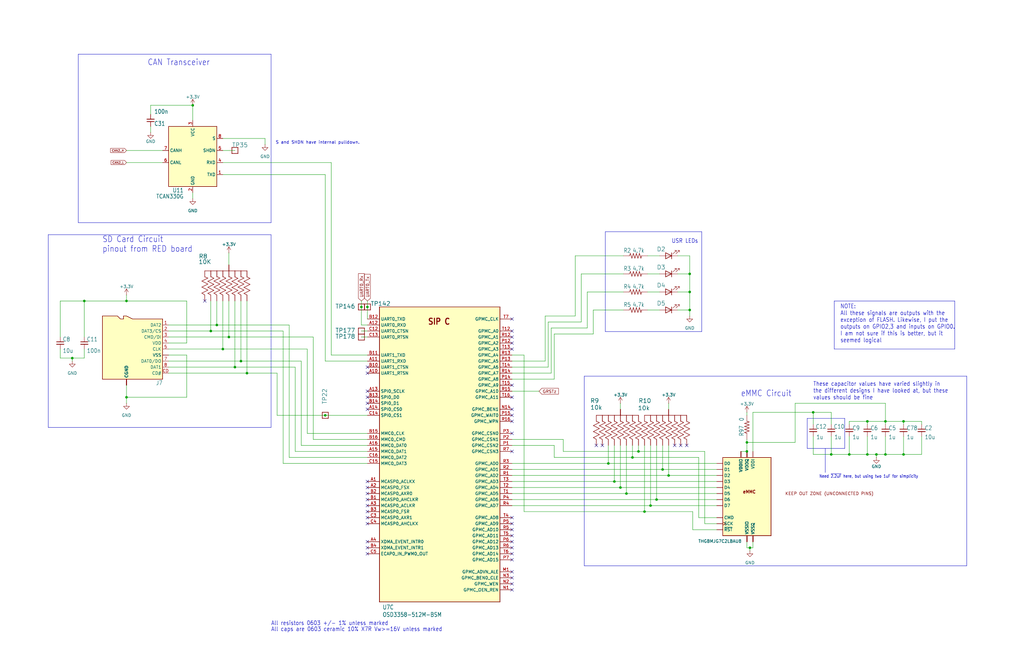
<source format=kicad_sch>
(kicad_sch (version 20250114) (generator "eeschema") (generator_version "9.0")
  (paper "B")
  (title_block (title "Oresat Live Card") (date "2025-09-15") (rev "2.1"))
  (text "CAN Transceiver" (at 62.23 27.94 0) (effects (font (size 2.54 2.159)) (justify left bottom)))
  (text "All resistors 0603 +/- 1% unless marked" (at 114.3 264.16 0) (effects (font (size 1.778 1.5113)) (justify left bottom)))
  (text "USR LEDs" (at 283.21 102.87 0) (effects (font (size 1.778 1.5113)) (justify left bottom)))
  (text "S and SHDN have internal pulldown." (at 116.205 60.96 0) (effects (font (size 1.27 1.27)) (justify left bottom)))
  (text "These capacitor values have varied slightly in\nthe different designs I have looked at, but these\nvalues should be fine" (at 342.9 168.91 0) (effects (font (size 1.778 1.5113)) (justify left bottom)))
  (text "NOTE:\nAll these signals are outputs with the\nexception of FLASH. Likewise, I put the\noutputs on GPIO2,3 and inputs on GPIO0.\nI am not sure if this is better, but it\nseemed logical" (at 354.33 144.78 0) (effects (font (size 1.778 1.5113)) (justify left bottom)))
  (text "All caps are 0603 ceramic 10% X7R Vw>=16V unless marked" (at 114.3 266.7 0) (effects (font (size 1.778 1.5113)) (justify left bottom)))
  (text "Need ~{2.2uF} here, but using two 1uF for simplicity" (at 345.44 201.93 0) (effects (font (size 1.27 1.0795)) (justify left bottom)))
  (text "eMMC Circuit" (at 312.42 167.64 0) (effects (font (size 2.54 2.159)) (justify left bottom)))
  (text "SD Card Circuit\npinout from RED board" (at 43.18 106.68 0) (effects (font (size 2.54 2.159)) (justify left bottom)))
  (junction (at 271.78 215.9))
  (junction (at 104.14 157.48))
  (junction (at 99.06 154.94))
  (junction (at 381 177.8))
  (junction (at 369.57 191.77))
  (junction (at 96.52 142.24))
  (junction (at 259.08 203.2))
  (junction (at 264.16 208.28))
  (junction (at 381 191.77))
  (junction (at 53.34 167.64))
  (junction (at 266.7 193.04))
  (junction (at 261.62 205.74))
  (junction (at 314.96 190.5))
  (junction (at 35.56 127))
  (junction (at 279.4 198.12))
  (junction (at 314.96 186.69))
  (junction (at 316.23 231.14))
  (junction (at 154.94 129.54))
  (junction (at 281.94 200.66))
  (junction (at 290.83 115.57))
  (junction (at 290.83 123.19))
  (junction (at 88.9 139.7))
  (junction (at 373.38 177.8))
  (junction (at 358.14 191.77))
  (junction (at 256.54 195.58))
  (junction (at 274.32 213.36))
  (junction (at 81.28 44.45))
  (junction (at 365.76 191.77))
  (junction (at 365.76 177.8))
  (junction (at 30.48 151.13))
  (junction (at 290.83 130.81))
  (junction (at 269.24 190.5))
  (junction (at 137.16 175.26))
  (junction (at 91.44 137.16))
  (junction (at 53.34 127))
  (junction (at 152.4 129.54))
  (junction (at 373.38 191.77))
  (junction (at 350.52 191.77))
  (junction (at 276.86 210.82))
  (junction (at 93.98 147.32))
  (junction (at 342.9 173.99))
  (junction (at 101.6 152.4))
  (no_connect (at 215.9 162.56))
  (no_connect (at 284.48 187.96))
  (no_connect (at 287.02 187.96))
  (no_connect (at 289.56 187.96))
  (no_connect (at 254 187.96))
  (no_connect (at 251.46 187.96))
  (no_connect (at 215.9 134.62))
  (no_connect (at 215.9 139.7))
  (no_connect (at 215.9 142.24))
  (no_connect (at 215.9 144.78))
  (no_connect (at 215.9 147.32))
  (no_connect (at 86.36 127))
  (no_connect (at 154.94 154.94))
  (no_connect (at 154.94 167.64))
  (no_connect (at 154.94 165.1))
  (no_connect (at 154.94 157.48))
  (no_connect (at 215.9 177.8))
  (no_connect (at 215.9 182.88))
  (no_connect (at 215.9 190.5))
  (no_connect (at 215.9 167.64))
  (no_connect (at 215.9 172.72))
  (no_connect (at 215.9 175.26))
  (no_connect (at 215.9 220.98))
  (no_connect (at 215.9 223.52))
  (no_connect (at 215.9 226.06))
  (no_connect (at 215.9 228.6))
  (no_connect (at 215.9 231.14))
  (no_connect (at 215.9 233.68))
  (no_connect (at 215.9 236.22))
  (no_connect (at 215.9 241.3))
  (no_connect (at 215.9 243.84))
  (no_connect (at 215.9 246.38))
  (no_connect (at 215.9 218.44))
  (no_connect (at 215.9 248.92))
  (no_connect (at 154.94 233.68))
  (no_connect (at 154.94 231.14))
  (no_connect (at 154.94 228.6))
  (no_connect (at 154.94 218.44))
  (no_connect (at 154.94 220.98))
  (no_connect (at 154.94 215.9))
  (no_connect (at 154.94 213.36))
  (no_connect (at 154.94 210.82))
  (no_connect (at 154.94 208.28))
  (no_connect (at 154.94 205.74))
  (no_connect (at 154.94 203.2))
  (no_connect (at 154.94 172.72))
  (no_connect (at 154.94 170.18))
  (wire (pts (xy 101.6 127) (xy 101.6 152.4)))
  (wire (pts (xy 342.9 173.99) (xy 342.9 179.07)))
  (wire (pts (xy 302.26 218.44) (xy 294.64 218.44)))
  (wire (pts (xy 259.08 203.2) (xy 302.26 203.2)))
  (wire (pts (xy 53.34 127) (xy 78.74 127)))
  (wire (pts (xy 119.38 195.58) (xy 154.94 195.58)))
  (wire (pts (xy 81.28 83.82) (xy 81.28 81.28)))
  (wire (pts (xy 137.16 175.26) (xy 154.94 175.26)))
  (wire (pts (xy 78.74 144.78) (xy 78.74 127)))
  (wire (pts (xy 273.05 123.19) (xy 278.13 123.19)))
  (wire (pts (xy 53.34 167.64) (xy 78.74 167.64)))
  (wire (pts (xy 276.86 187.96) (xy 276.86 210.82)))
  (wire (pts (xy 250.19 140.97) (xy 250.19 130.81)))
  (wire (pts (xy 247.65 123.19) (xy 262.89 123.19)))
  (wire (pts (xy 381 191.77) (xy 373.38 191.77)))
  (wire (pts (xy 233.68 140.97) (xy 233.68 160.02)))
  (wire (pts (xy 78.74 167.64) (xy 78.74 149.86)))
  (wire (pts (xy 93.98 147.32) (xy 129.54 147.32)))
  (wire (pts (xy 215.9 185.42) (xy 237.49 185.42)))
  (wire (pts (xy 53.34 162.56) (xy 53.34 167.64)))
  (wire (pts (xy 232.41 157.48) (xy 215.9 157.48)))
  (wire (pts (xy 302.26 223.52) (xy 292.1 223.52)))
  (wire (pts (xy 388.62 191.77) (xy 381 191.77)))
  (wire (pts (xy 35.56 127) (xy 53.34 127)))
  (wire (pts (xy 154.94 134.62) (xy 154.94 129.54)))
  (wire (pts (xy 93.98 63.5) (xy 99.06 63.5)))
  (wire (pts (xy 81.28 44.45) (xy 81.28 50.8)))
  (wire (pts (xy 30.48 151.13) (xy 30.48 152.4)))
  (wire (pts (xy 53.34 124.46) (xy 53.34 127)))
  (wire (pts (xy 273.05 107.95) (xy 278.13 107.95)))
  (wire (pts (xy 302.26 208.28) (xy 264.16 208.28)))
  (wire (pts (xy 381 177.8) (xy 388.62 177.8)))
  (wire (pts (xy 229.87 133.35) (xy 242.57 133.35)))
  (wire (pts (xy 290.83 123.19) (xy 290.83 115.57)))
  (wire (pts (xy 266.7 187.96) (xy 266.7 193.04)))
  (wire (pts (xy 124.46 190.5) (xy 124.46 154.94)))
  (wire (pts (xy 63.5 44.45) (xy 81.28 44.45)))
  (wire (pts (xy 237.49 190.5) (xy 269.24 190.5)))
  (polyline (pts (xy 295.91 97.79) (xy 295.91 139.954)))
  (wire (pts (xy 233.68 160.02) (xy 215.9 160.02)))
  (wire (pts (xy 232.41 138.43) (xy 232.41 157.48)))
  (wire (pts (xy 132.08 142.24) (xy 132.08 185.42)))
  (wire (pts (xy 25.4 127) (xy 25.4 142.24)))
  (wire (pts (xy 88.9 127) (xy 88.9 139.7)))
  (wire (pts (xy 215.9 165.1) (xy 227.33 165.1)))
  (wire (pts (xy 271.78 215.9) (xy 292.1 215.9)))
  (wire (pts (xy 279.4 198.12) (xy 302.26 198.12)))
  (wire (pts (xy 274.32 213.36) (xy 215.9 213.36)))
  (polyline (pts (xy 407.67 158.75) (xy 246.38 158.75)))
  (wire (pts (xy 220.98 149.86) (xy 220.98 215.9)))
  (wire (pts (xy 281.94 170.18) (xy 281.94 172.72)))
  (polyline (pts (xy 114.3 93.98) (xy 114.3 22.86)))
  (polyline (pts (xy 347.98 189.23) (xy 340.36 189.23)))
  (wire (pts (xy 269.24 190.5) (xy 297.18 190.5)))
  (polyline (pts (xy 407.67 238.76) (xy 407.67 158.75)))
  (wire (pts (xy 358.14 177.8) (xy 365.76 177.8)))
  (wire (pts (xy 281.94 187.96) (xy 281.94 200.66)))
  (polyline (pts (xy 255.27 97.79) (xy 295.91 97.79)))
  (wire (pts (xy 154.94 129.54) (xy 154.94 127)))
  (wire (pts (xy 369.57 191.77) (xy 365.76 191.77)))
  (wire (pts (xy 71.12 142.24) (xy 96.52 142.24)))
  (wire (pts (xy 279.4 187.96) (xy 279.4 198.12)))
  (wire (pts (xy 96.52 127) (xy 96.52 142.24)))
  (wire (pts (xy 317.5 228.6) (xy 317.5 231.14)))
  (polyline (pts (xy 347.98 199.39) (xy 347.98 189.23)))
  (wire (pts (xy 220.98 215.9) (xy 271.78 215.9)))
  (wire (pts (xy 350.52 173.99) (xy 342.9 173.99)))
  (wire (pts (xy 96.52 106.68) (xy 96.52 111.76)))
  (wire (pts (xy 25.4 147.32) (xy 25.4 151.13)))
  (wire (pts (xy 71.12 157.48) (xy 104.14 157.48)))
  (wire (pts (xy 93.98 73.66) (xy 137.16 73.66)))
  (wire (pts (xy 99.06 154.94) (xy 71.12 154.94)))
  (wire (pts (xy 273.05 130.81) (xy 278.13 130.81)))
  (wire (pts (xy 91.44 127) (xy 91.44 137.16)))
  (polyline (pts (xy 356.235 189.23) (xy 347.98 189.23)))
  (wire (pts (xy 231.14 135.89) (xy 245.11 135.89)))
  (wire (pts (xy 93.98 58.42) (xy 111.76 58.42)))
  (wire (pts (xy 124.46 154.94) (xy 99.06 154.94)))
  (wire (pts (xy 229.87 152.4) (xy 215.9 152.4)))
  (polyline (pts (xy 402.59 127) (xy 351.79 127)))
  (wire (pts (xy 119.38 139.7) (xy 88.9 139.7)))
  (wire (pts (xy 242.57 107.95) (xy 262.89 107.95)))
  (wire (pts (xy 342.9 184.15) (xy 342.9 191.77)))
  (wire (pts (xy 373.38 177.8) (xy 381 177.8)))
  (wire (pts (xy 35.56 127) (xy 25.4 127)))
  (polyline (pts (xy 246.38 238.76) (xy 407.67 238.76)))
  (wire (pts (xy 242.57 107.95) (xy 242.57 133.35)))
  (wire (pts (xy 261.62 187.96) (xy 261.62 205.74)))
  (wire (pts (xy 35.56 151.13) (xy 30.48 151.13)))
  (wire (pts (xy 124.46 190.5) (xy 154.94 190.5)))
  (wire (pts (xy 369.57 191.77) (xy 369.57 193.04)))
  (wire (pts (xy 373.38 191.77) (xy 369.57 191.77)))
  (wire (pts (xy 271.78 187.96) (xy 271.78 215.9)))
  (wire (pts (xy 78.74 149.86) (xy 71.12 149.86)))
  (polyline (pts (xy 246.38 158.75) (xy 246.38 238.76)))
  (wire (pts (xy 152.4 137.16) (xy 154.94 137.16)))
  (wire (pts (xy 264.16 187.96) (xy 264.16 208.28)))
  (wire (pts (xy 229.87 133.35) (xy 229.87 152.4)))
  (polyline (pts (xy 340.36 189.23) (xy 340.36 176.53)))
  (polyline (pts (xy 356.235 176.53) (xy 356.235 189.23)))
  (wire (pts (xy 314.96 186.69) (xy 314.96 190.5)))
  (wire (pts (xy 119.38 195.58) (xy 119.38 139.7)))
  (wire (pts (xy 358.14 191.77) (xy 350.52 191.77)))
  (wire (pts (xy 139.7 149.86) (xy 154.94 149.86)))
  (polyline (pts (xy 33.02 93.98) (xy 114.3 93.98)))
  (wire (pts (xy 152.4 129.54) (xy 152.4 137.16)))
  (wire (pts (xy 256.54 187.96) (xy 256.54 195.58)))
  (wire (pts (xy 215.9 149.86) (xy 220.98 149.86)))
  (wire (pts (xy 233.68 187.96) (xy 233.68 193.04)))
  (wire (pts (xy 259.08 187.96) (xy 259.08 203.2)))
  (wire (pts (xy 276.86 210.82) (xy 302.26 210.82)))
  (wire (pts (xy 91.44 137.16) (xy 71.12 137.16)))
  (wire (pts (xy 273.05 115.57) (xy 278.13 115.57)))
  (wire (pts (xy 388.62 177.8) (xy 388.62 179.07)))
  (wire (pts (xy 63.5 53.34) (xy 63.5 55.88)))
  (wire (pts (xy 388.62 184.15) (xy 388.62 191.77)))
  (wire (pts (xy 335.28 170.18) (xy 373.38 170.18)))
  (polyline (pts (xy 402.59 147.32) (xy 402.59 127)))
  (polyline (pts (xy 114.3 180.34) (xy 20.32 180.34)))
  (polyline (pts (xy 114.3 99.06) (xy 20.32 99.06)))
  (wire (pts (xy 358.14 184.15) (xy 358.14 191.77)))
  (wire (pts (xy 294.64 218.44) (xy 294.64 193.04)))
  (wire (pts (xy 35.56 147.32) (xy 35.56 151.13)))
  (wire (pts (xy 269.24 187.96) (xy 269.24 190.5)))
  (wire (pts (xy 261.62 205.74) (xy 215.9 205.74)))
  (wire (pts (xy 30.48 151.13) (xy 25.4 151.13)))
  (wire (pts (xy 121.92 193.04) (xy 121.92 137.16)))
  (wire (pts (xy 365.76 191.77) (xy 358.14 191.77)))
  (wire (pts (xy 281.94 200.66) (xy 215.9 200.66)))
  (wire (pts (xy 129.54 147.32) (xy 129.54 182.88)))
  (wire (pts (xy 121.92 137.16) (xy 91.44 137.16)))
  (wire (pts (xy 137.16 152.4) (xy 154.94 152.4)))
  (polyline (pts (xy 20.32 99.06) (xy 20.32 180.34)))
  (wire (pts (xy 335.28 170.18) (xy 335.28 186.69)))
  (wire (pts (xy 101.6 152.4) (xy 127 152.4)))
  (wire (pts (xy 285.75 107.95) (xy 290.83 107.95)))
  (wire (pts (xy 88.9 139.7) (xy 71.12 139.7)))
  (wire (pts (xy 215.9 195.58) (xy 256.54 195.58)))
  (wire (pts (xy 68.58 68.58) (xy 53.34 68.58)))
  (wire (pts (xy 68.58 63.5) (xy 53.34 63.5)))
  (wire (pts (xy 247.65 123.19) (xy 247.65 138.43)))
  (wire (pts (xy 96.52 142.24) (xy 132.08 142.24)))
  (wire (pts (xy 350.52 191.77) (xy 342.9 191.77)))
  (wire (pts (xy 350.52 184.15) (xy 350.52 191.77)))
  (wire (pts (xy 237.49 185.42) (xy 237.49 190.5)))
  (wire (pts (xy 215.9 203.2) (xy 259.08 203.2)))
  (wire (pts (xy 71.12 144.78) (xy 78.74 144.78)))
  (wire (pts (xy 154.94 142.24) (xy 152.4 142.24)))
  (wire (pts (xy 302.26 200.66) (xy 281.94 200.66)))
  (wire (pts (xy 154.94 187.96) (xy 127 187.96)))
  (wire (pts (xy 116.84 175.26) (xy 137.16 175.26)))
  (wire (pts (xy 137.16 152.4) (xy 137.16 73.66)))
  (wire (pts (xy 250.19 130.81) (xy 262.89 130.81)))
  (polyline (pts (xy 33.02 22.86) (xy 33.02 93.98)))
  (wire (pts (xy 215.9 210.82) (xy 276.86 210.82)))
  (wire (pts (xy 245.11 115.57) (xy 245.11 135.89)))
  (wire (pts (xy 53.34 167.64) (xy 53.34 170.18)))
  (wire (pts (xy 232.41 138.43) (xy 247.65 138.43)))
  (wire (pts (xy 373.38 184.15) (xy 373.38 191.77)))
  (wire (pts (xy 264.16 208.28) (xy 215.9 208.28)))
  (wire (pts (xy 256.54 195.58) (xy 302.26 195.58)))
  (polyline (pts (xy 295.91 139.954) (xy 255.27 139.954)))
  (wire (pts (xy 285.75 130.81) (xy 290.83 130.81)))
  (wire (pts (xy 231.14 135.89) (xy 231.14 154.94)))
  (polyline (pts (xy 255.27 139.954) (xy 255.27 97.79)))
  (wire (pts (xy 314.96 228.6) (xy 314.96 231.14)))
  (wire (pts (xy 365.76 177.8) (xy 373.38 177.8)))
  (wire (pts (xy 231.14 154.94) (xy 215.9 154.94)))
  (wire (pts (xy 93.98 68.58) (xy 139.7 68.58)))
  (wire (pts (xy 111.76 60.96) (xy 111.76 58.42)))
  (wire (pts (xy 316.23 231.14) (xy 316.23 232.41)))
  (wire (pts (xy 381 177.8) (xy 381 179.07)))
  (wire (pts (xy 274.32 187.96) (xy 274.32 213.36)))
  (wire (pts (xy 317.5 173.99) (xy 317.5 190.5)))
  (wire (pts (xy 63.5 48.26) (xy 63.5 44.45)))
  (polyline (pts (xy 351.79 147.32) (xy 402.59 147.32)))
  (wire (pts (xy 335.28 186.69) (xy 314.96 186.69)))
  (wire (pts (xy 312.42 190.5) (xy 314.96 190.5)))
  (wire (pts (xy 317.5 231.14) (xy 316.23 231.14)))
  (polyline (pts (xy 351.79 127) (xy 351.79 147.32)))
  (wire (pts (xy 290.83 133.35) (xy 290.83 130.81)))
  (wire (pts (xy 316.23 231.14) (xy 314.96 231.14)))
  (wire (pts (xy 290.83 115.57) (xy 290.83 107.95)))
  (polyline (pts (xy 114.3 99.06) (xy 114.3 180.34)))
  (wire (pts (xy 292.1 223.52) (xy 292.1 215.9)))
  (wire (pts (xy 104.14 127) (xy 104.14 157.48)))
  (wire (pts (xy 302.26 205.74) (xy 261.62 205.74)))
  (wire (pts (xy 152.4 127) (xy 152.4 129.54)))
  (wire (pts (xy 290.83 130.81) (xy 290.83 123.19)))
  (wire (pts (xy 302.26 220.98) (xy 297.18 220.98)))
  (wire (pts (xy 261.62 170.18) (xy 261.62 172.72)))
  (polyline (pts (xy 340.36 176.53) (xy 356.235 176.53)))
  (wire (pts (xy 285.75 115.57) (xy 290.83 115.57)))
  (wire (pts (xy 358.14 177.8) (xy 358.14 179.07)))
  (wire (pts (xy 285.75 123.19) (xy 290.83 123.19)))
  (wire (pts (xy 266.7 193.04) (xy 294.64 193.04)))
  (wire (pts (xy 116.84 157.48) (xy 116.84 175.26)))
  (wire (pts (xy 373.38 170.18) (xy 373.38 177.8)))
  (wire (pts (xy 35.56 142.24) (xy 35.56 127)))
  (wire (pts (xy 317.5 173.99) (xy 342.9 173.99)))
  (wire (pts (xy 132.08 185.42) (xy 154.94 185.42)))
  (wire (pts (xy 104.14 157.48) (xy 116.84 157.48)))
  (wire (pts (xy 154.94 139.7) (xy 152.4 139.7)))
  (wire (pts (xy 365.76 184.15) (xy 365.76 191.77)))
  (wire (pts (xy 233.68 140.97) (xy 250.19 140.97)))
  (wire (pts (xy 381 184.15) (xy 381 191.77)))
  (wire (pts (xy 365.76 177.8) (xy 365.76 179.07)))
  (wire (pts (xy 245.11 115.57) (xy 262.89 115.57)))
  (wire (pts (xy 215.9 198.12) (xy 279.4 198.12)))
  (wire (pts (xy 139.7 68.58) (xy 139.7 149.86)))
  (wire (pts (xy 99.06 127) (xy 99.06 154.94)))
  (wire (pts (xy 302.26 213.36) (xy 274.32 213.36)))
  (wire (pts (xy 233.68 193.04) (xy 266.7 193.04)))
  (wire (pts (xy 297.18 190.5) (xy 297.18 220.98)))
  (wire (pts (xy 350.52 179.07) (xy 350.52 173.99)))
  (wire (pts (xy 314.96 185.42) (xy 314.96 186.69)))
  (polyline (pts (xy 114.3 22.86) (xy 33.02 22.86)))
  (wire (pts (xy 215.9 187.96) (xy 233.68 187.96)))
  (wire (pts (xy 93.98 127) (xy 93.98 147.32)))
  (wire (pts (xy 129.54 182.88) (xy 154.94 182.88)))
  (wire (pts (xy 121.92 193.04) (xy 154.94 193.04)))
  (wire (pts (xy 71.12 152.4) (xy 101.6 152.4)))
  (wire (pts (xy 71.12 147.32) (xy 93.98 147.32)))
  (wire (pts (xy 314.96 175.26) (xy 314.96 173.99)))
  (wire (pts (xy 127 152.4) (xy 127 187.96)))
  (wire (pts (xy 373.38 177.8) (xy 373.38 179.07)))
  (global_label "CAN2_L" (shape input) (at 53.34 68.58 180) (effects (font (size 0.889 0.889))) (property "Intersheetrefs" "${INTERSHEET_REFS}" (at 46.8249 68.5245 0) (effects (font (size 0.889 0.889)) (justify right))))
  (global_label "GRSTz" (shape input) (at 227.33 165.1 0) (property "Intersheetrefs" "${INTERSHEET_REFS}" (at 235.4883 165.0206 0) (effects (justify left))))
  (global_label "UART0_Rx" (shape input) (at 152.4 127 90) (property "Intersheetrefs" "${INTERSHEET_REFS}" (at 152.4 114.8829 90) (effects (font (size 0.889 0.889)) (justify left))))
  (global_label "UART0_Tx" (shape input) (at 154.94 127 90) (property "Intersheetrefs" "${INTERSHEET_REFS}" (at 154.94 115.1853 90) (effects (font (size 0.889 0.889)) (justify left))))
  (global_label "CAN2_H" (shape input) (at 53.34 63.5 180) (effects (font (size 0.889 0.889))) (property "Intersheetrefs" "${INTERSHEET_REFS}" (at 46.6132 63.4445 0) (effects (font (size 0.889 0.889)) (justify right))))
  (symbol (lib_id "power:GND") (at 369.57 193.04 0) (unit 1)
    (property "Reference" "#PWR99" (effects (hide yes)))
    (property "Value" "GND" (at 369.57 196.85 0))
    (property "Description" "Power symbol creates a global label with name \"GND\" , ground" (effects (hide yes)))
  )
  (symbol (lib_id "power:+3.3V") (at 53.34 124.46 0) (unit 1)
    (property "Reference" "#PWR0154" (effects (hide yes)))
    (property "Value" "+3.3V" (at 53.34 120.904 0))
    (property "Description" "Power symbol creates a global label with name \"+3.3V\"" (effects (hide yes)))
  )
  (symbol (lib_id "power:GND") (at 290.83 133.35 0) (unit 1)
    (property "Reference" "#PWR48" (effects (hide yes)))
    (property "Value" "GND" (at 290.83 138.43 0))
    (property "Description" "Power symbol creates a global label with name \"GND\" , ground" (effects (hide yes)))
  )
  (symbol (lib_id "power:GND") (at 30.48 152.4 0) (unit 1)
    (property "Reference" "#PWR46" (effects (hide yes)))
    (property "Value" "GND" (at 30.48 157.48 0))
    (property "Description" "Power symbol creates a global label with name \"GND\" , ground" (effects (hide yes)))
  )
  (symbol (lib_id "Device:C_Small") (at 350.52 181.61 0) (unit 1)
    (property "Reference" "C10" (at 351.536 180.975 0) (effects (font (size 1.778 1.5113)) (justify left bottom)))
    (property "Value" "1u" (at 351.79 185.42 0) (effects (font (size 1.778 1.5113)) (justify left bottom)))
    (property "Footprint" "Resistor_SMD:R_0603_1608Metric" (effects (hide yes)))
    (property "Description" "CAP CER 1UF 16V X7R 0603" (effects (hide yes)))
    (property "MPN" "CGA3E1X7R1C105K080AC " (effects (hide yes)))
    (property "DPN" "445-12539-1-ND " (effects (hide yes)))
    (property "MFR" "TDK Corporation " (effects (hide yes)))
    (property "DIS" "DigiKey" (effects (hide yes)))
  )
  (symbol (lib_id "oresat-ics:TCAN330") (at 81.28 66.04 0) (mirror y) (unit 1)
    (property "Reference" "U11" (at 77.47 81.28 0) (effects (font (size 1.778 1.5113)) (justify left bottom)))
    (property "Value" "TCAN330G" (at 77.47 83.82 0) (effects (font (size 1.778 1.5113)) (justify left bottom)))
    (property "Footprint" "oresat-live-card:SOT23-8_TI-DCN" (effects (hide yes)))
    (property "Datasheet" "https://www.ti.com/lit/ds/symlink/tcan330.pdf?ts=1651525305550&ref_url=https%253A%252F%252Fwww.ti.com%252Fproduct%252FTCAN330" (effects (hide yes)))
    (property "Description" "IC TRANSCEIVER 1/1 SOT238" (effects (hide yes)))
    (property "MPN" "TCAN330GDCNR " (effects (hide yes)))
    (property "DPN" "296-TCAN330GDCNRCT-ND " (effects (hide yes)))
    (property "MFR" "Texas Instruments " (effects (hide yes)))
    (property "DIS" "DigiKey" (effects (hide yes)))
  )
  (symbol (lib_id "oresat-misc:Test-Point-1mm-round") (at 152.4 129.54 180) (unit 1)
    (property "Reference" "TP146" (at 149.86 128.27 0) (effects (font (size 1.778 1.778)) (justify left bottom)))
    (property "Value" "TEST-POINT3X4" (effects (hide yes)))
    (property "Footprint" "oresat-misc:TestPoint_Pad_D1.0mm" (effects (hide yes)))
  )
  (symbol (lib_id "power:+3.3V") (at 96.52 106.68 0) (unit 1)
    (property "Reference" "#PWR0153" (effects (hide yes)))
    (property "Value" "+3.3V" (at 96.52 103.124 0))
    (property "Description" "Power symbol creates a global label with name \"+3.3V\"" (effects (hide yes)))
  )
  (symbol (lib_id "oresat-misc:Test-Point-1mm-round") (at 137.16 175.26 90) (unit 1)
    (property "Reference" "TP22" (at 137.922 170.688 0) (effects (font (size 1.778 1.778)) (justify left bottom)))
    (property "Value" "TEST-POINT3X4" (effects (hide yes)))
    (property "Footprint" "oresat-misc:TestPoint_Pad_D1.0mm" (effects (hide yes)))
  )
  (symbol (lib_id "power:GND") (at 53.34 170.18 0) (unit 1)
    (property "Reference" "#PWR47" (effects (hide yes)))
    (property "Value" "GND" (at 53.34 175.26 0))
    (property "Description" "Power symbol creates a global label with name \"GND\" , ground" (effects (hide yes)))
  )
  (symbol (lib_id "oresat-ics:OSD3358-512M-BSM") (at 185.42 190.5 0) (unit 3)
    (property "Reference" "U7" (at 161.29 255.27 0) (effects (font (size 1.778 1.5113)) (justify left top)))
    (property "Value" "OSD3358-512M-BSM" (at 161.29 260.35 0) (effects (font (size 1.778 1.5113)) (justify left bottom)))
    (property "Footprint" "oresat-ics:U-Octavo-OSD335X-BGA-256" (effects (hide yes)))
    (property "Description" "OSD335x Embedded Module 1GHz 512MB" (effects (hide yes)))
    (property "MPN" "OSD3358-512M-BSM" (effects (hide yes)))
    (property "DPN" "1676-1002-ND " (effects (hide yes)))
    (property "MFR" "Octavo Systems " (effects (hide yes)))
    (property "DIS" "DigiKey" (effects (hide yes)))
  )
  (symbol (lib_id "Device:C_Small") (at 373.38 181.61 0) (unit 1)
    (property "Reference" "C5" (at 374.65 181.61 0) (effects (font (size 1.778 1.5113)) (justify left bottom)))
    (property "Value" "1u" (at 374.65 185.42 0) (effects (font (size 1.778 1.5113)) (justify left bottom)))
    (property "Footprint" "Resistor_SMD:R_0603_1608Metric" (effects (hide yes)))
    (property "Description" "CAP CER 1UF 16V X7R 0603" (effects (hide yes)))
    (property "MPN" "CGA3E1X7R1C105K080AC " (effects (hide yes)))
    (property "DPN" "445-12539-1-ND " (effects (hide yes)))
    (property "MFR" "TDK Corporation " (effects (hide yes)))
    (property "DIS" "DigiKey" (effects (hide yes)))
  )
  (symbol (lib_id "oresat-passives:R-US") (at 314.96 180.34 90) (unit 1)
    (property "Reference" "R97" (at 313.69 184.15 0) (effects (font (size 1.778 1.5113)) (justify left bottom)))
    (property "Value" "0" (at 313.69 177.8 0) (effects (font (size 1.778 1.5113)) (justify left bottom)))
    (property "Footprint" "Resistor_SMD:R_0603_1608Metric" (effects (hide yes)))
    (property "Description" "RES SMD 0 OHM JUMPER 1/10W 0603" (effects (hide yes)))
    (property "MPN" "ERJ-3GEY0R00V " (effects (hide yes)))
    (property "DPN" "P0.0GCT-ND " (effects (hide yes)))
    (property "MFR" "Panasonic " (effects (hide yes)))
    (property "DIS" "DigiKey" (effects (hide yes)))
  )
  (symbol (lib_id "power:GND") (at 63.5 55.88 0) (mirror y) (unit 1)
    (property "Reference" "#PWR0186" (effects (hide yes)))
    (property "Value" "GND" (at 63.5 59.69 0))
    (property "Description" "Power symbol creates a global label with name \"GND\" , ground" (effects (hide yes)))
  )
  (symbol (lib_id "Device:LED") (at 281.94 115.57 180) (unit 1)
    (property "Reference" "D3" (at 280.67 111.76 0) (effects (font (size 1.778 1.778)) (justify left bottom)))
    (property "Value" "BLUE" (effects (hide yes)))
    (property "Footprint" "oresat-live-card:LED-0603" (effects (hide yes)))
    (property "Description" "Blue 470nm LED 3.2V 0603" (effects (hide yes)))
    (property "MPN" "150060BS75020" (effects (hide yes)))
    (property "DPN" "732-150060BS75020CT-ND " (effects (hide yes)))
    (property "MFR" "Würth Elektronik " (effects (hide yes)))
    (property "Sim.Pins" "1=K 2=A" (effects (hide yes)))
    (property "DIS" "DigiKey" (effects (hide yes)))
  )
  (symbol (lib_id "oresat-passives:R-US") (at 267.97 130.81 0) (unit 1)
    (property "Reference" "R5" (at 262.89 129.54 0) (effects (font (size 1.778 1.5113)) (justify left bottom)))
    (property "Value" "4.7k" (at 266.7 129.54 0) (effects (font (size 1.778 1.5113)) (justify left bottom)))
    (property "Footprint" "Resistor_SMD:R_0603_1608Metric" (effects (hide yes)))
    (property "Description" "RES SMD 4.7K OHM 1% 1/10W 0603" (effects (hide yes)))
    (property "MPN" "ERJ-3EKF4701V" (effects (hide yes)))
    (property "DPN" "ERJ-3EKF4701V" (effects (hide yes)))
    (property "MFR" "Panasonic " (effects (hide yes)))
    (property "DIS" "DigiKey" (effects (hide yes)))
  )
  (symbol (lib_id "Device:C_Small") (at 358.14 181.61 0) (unit 1)
    (property "Reference" "C9" (at 359.41 181.61 0) (effects (font (size 1.778 1.5113)) (justify left bottom)))
    (property "Value" "1u" (at 359.41 185.42 0) (effects (font (size 1.778 1.5113)) (justify left bottom)))
    (property "Footprint" "Resistor_SMD:R_0603_1608Metric" (effects (hide yes)))
    (property "Description" "CAP CER 1UF 16V X7R 0603" (effects (hide yes)))
    (property "MPN" "CGA3E1X7R1C105K080AC " (effects (hide yes)))
    (property "DPN" "445-12539-1-ND " (effects (hide yes)))
    (property "MFR" "TDK Corporation " (effects (hide yes)))
    (property "DIS" "DigiKey" (effects (hide yes)))
  )
  (symbol (lib_id "Device:C_Small") (at 381 181.61 0) (unit 1)
    (property "Reference" "C78" (at 382.27 181.61 0) (effects (font (size 1.778 1.5113)) (justify left bottom)))
    (property "Value" "1u" (at 382.27 185.42 0) (effects (font (size 1.778 1.5113)) (justify left bottom)))
    (property "Footprint" "Resistor_SMD:R_0603_1608Metric" (effects (hide yes)))
    (property "Description" "CAP CER 1UF 16V X7R 0603" (effects (hide yes)))
    (property "MPN" "CGA3E1X7R1C105K080AC " (effects (hide yes)))
    (property "DPN" "445-12539-1-ND " (effects (hide yes)))
    (property "MFR" "TDK Corporation " (effects (hide yes)))
    (property "DIS" "DigiKey" (effects (hide yes)))
  )
  (symbol (lib_id "oresat-passives:R-US") (at 267.97 107.95 0) (unit 1)
    (property "Reference" "R2" (at 262.89 106.68 0) (effects (font (size 1.778 1.5113)) (justify left bottom)))
    (property "Value" "4.7k" (at 266.7 106.68 0) (effects (font (size 1.778 1.5113)) (justify left bottom)))
    (property "Footprint" "Resistor_SMD:R_0603_1608Metric" (effects (hide yes)))
    (property "Description" "RES SMD 4.7K OHM 1% 1/10W 0603" (effects (hide yes)))
    (property "MPN" "ERJ-3EKF4701V" (effects (hide yes)))
    (property "DPN" "ERJ-3EKF4701V" (effects (hide yes)))
    (property "MFR" "Panasonic " (effects (hide yes)))
    (property "DIS" "DigiKey" (effects (hide yes)))
  )
  (symbol (lib_id "oresat-passives:EXB-A10P391J") (at 86.36 114.3 90) (unit 1)
    (property "Reference" "R8" (at 83.7692 109.1692 90) (effects (font (size 1.778 1.778)) (justify right top)))
    (property "Value" "10K" (at 89.154 109.474 90) (effects (font (size 1.778 1.778)) (justify left bottom)))
    (property "Footprint" "oresat-live-card:ARRAY_EXBA-M" (effects (hide yes)))
    (property "Description" "RES ARRAY 8 RES 10K OHM 2512" (effects (hide yes)))
    (property "MPN" "EXB-A10P103J" (effects (hide yes)))
    (property "DPN" "U7103CT-ND " (effects (hide yes)))
    (property "MFR" "Panasonic " (effects (hide yes)))
    (property "DIS" "DigiKey" (effects (hide yes)))
  )
  (symbol (lib_id "Device:C_Small") (at 25.4 144.78 0) (unit 1)
    (property "Reference" "C8" (at 26.416 144.145 0) (effects (font (size 1.778 1.5113)) (justify left bottom)))
    (property "Value" "10u" (at 26.416 148.971 0) (effects (font (size 1.778 1.5113)) (justify left bottom)))
    (property "Footprint" "Resistor_SMD:R_0805_2012Metric" (effects (hide yes)))
    (property "Description" "CAP CER 10UF 16V X7S 0805" (effects (hide yes)))
    (property "MPN" "CGA4J1X7S1C106M125AC " (effects (hide yes)))
    (property "DPN" "445-16111-1-ND " (effects (hide yes)))
    (property "MFR" "TDK Corporation " (effects (hide yes)))
    (property "DIS" "DigiKey" (effects (hide yes)))
  )
  (symbol (lib_id "oresat-passives:R-US") (at 267.97 115.57 0) (unit 1)
    (property "Reference" "R3" (at 262.89 114.3 0) (effects (font (size 1.778 1.5113)) (justify left bottom)))
    (property "Value" "4.7k" (at 266.7 114.3 0) (effects (font (size 1.778 1.5113)) (justify left bottom)))
    (property "Footprint" "Resistor_SMD:R_0603_1608Metric" (effects (hide yes)))
    (property "Description" "RES SMD 4.7K OHM 1% 1/10W 0603" (effects (hide yes)))
    (property "MPN" "ERJ-3EKF4701V" (effects (hide yes)))
    (property "DPN" "ERJ-3EKF4701V" (effects (hide yes)))
    (property "MFR" "Panasonic " (effects (hide yes)))
    (property "DIS" "DigiKey" (effects (hide yes)))
  )
  (symbol (lib_id "oresat-misc:Test-Point-1mm-round") (at 154.94 129.54 0) (unit 1)
    (property "Reference" "TP142" (at 156.21 129.159 0) (effects (font (size 1.778 1.778)) (justify left bottom)))
    (property "Value" "TEST-POINT3X4" (effects (hide yes)))
    (property "Footprint" "oresat-misc:TestPoint_Pad_D1.0mm" (effects (hide yes)))
  )
  (symbol (lib_id "power:GND") (at 111.76 60.96 0) (unit 1)
    (property "Reference" "#PWR45" (effects (hide yes)))
    (property "Value" "GND" (at 111.76 66.04 0))
    (property "Description" "Power symbol creates a global label with name \"GND\" , ground" (effects (hide yes)))
  )
  (symbol (lib_id "Device:C_Small") (at 342.9 181.61 0) (unit 1)
    (property "Reference" "C12" (at 343.916 180.975 0) (effects (font (size 1.778 1.5113)) (justify left bottom)))
    (property "Value" "1u" (at 344.17 185.42 0) (effects (font (size 1.778 1.5113)) (justify left bottom)))
    (property "Footprint" "Resistor_SMD:R_0603_1608Metric" (effects (hide yes)))
    (property "Description" "CAP CER 1UF 16V X7R 0603" (effects (hide yes)))
    (property "MPN" "CGA3E1X7R1C105K080AC " (effects (hide yes)))
    (property "DPN" "445-12539-1-ND " (effects (hide yes)))
    (property "MFR" "TDK Corporation " (effects (hide yes)))
    (property "DIS" "DigiKey" (effects (hide yes)))
  )
  (symbol (lib_id "power:+3.3V") (at 281.94 170.18 0) (unit 1)
    (property "Reference" "#PWR0157" (effects (hide yes)))
    (property "Value" "+3.3V" (at 281.94 166.624 0))
    (property "Description" "Power symbol creates a global label with name \"+3.3V\"" (effects (hide yes)))
  )
  (symbol (lib_id "oresat-passives:R-US") (at 267.97 123.19 0) (unit 1)
    (property "Reference" "R4" (at 262.89 121.92 0) (effects (font (size 1.778 1.5113)) (justify left bottom)))
    (property "Value" "4.7k" (at 266.7 121.92 0) (effects (font (size 1.778 1.5113)) (justify left bottom)))
    (property "Footprint" "Resistor_SMD:R_0603_1608Metric" (effects (hide yes)))
    (property "Description" "RES SMD 4.7K OHM 1% 1/10W 0603" (effects (hide yes)))
    (property "MPN" "ERJ-3EKF4701V" (effects (hide yes)))
    (property "DPN" "ERJ-3EKF4701V" (effects (hide yes)))
    (property "MFR" "Panasonic " (effects (hide yes)))
    (property "DIS" "DigiKey" (effects (hide yes)))
  )
  (symbol (lib_id "power:+3.3V") (at 81.28 44.45 0) (mirror y) (unit 1)
    (property "Reference" "#PWR0152" (effects (hide yes)))
    (property "Value" "+3.3V" (at 81.28 40.894 0))
    (property "Description" "Power symbol creates a global label with name \"+3.3V\"" (effects (hide yes)))
  )
  (symbol (lib_id "oresat-misc:Test-Point-1mm-round") (at 152.4 139.7 180) (unit 1)
    (property "Reference" "TP177" (at 149.86 138.43 0) (effects (font (size 1.778 1.778)) (justify left bottom)))
    (property "Value" "TEST-POINT3X4" (effects (hide yes)))
    (property "Footprint" "oresat-misc:TestPoint_Pad_D1.0mm" (effects (hide yes)))
  )
  (symbol (lib_id "oresat-misc:Test-Point-1mm-round") (at 152.4 142.24 180) (unit 1)
    (property "Reference" "TP178" (at 149.86 140.97 0) (effects (font (size 1.778 1.778)) (justify left bottom)))
    (property "Value" "TEST-POINT3X4" (effects (hide yes)))
    (property "Footprint" "oresat-misc:TestPoint_Pad_D1.0mm" (effects (hide yes)))
  )
  (symbol (lib_id "power:+3.3V") (at 261.62 170.18 0) (unit 1)
    (property "Reference" "#PWR0155" (effects (hide yes)))
    (property "Value" "+3.3V" (at 261.62 166.624 0))
    (property "Description" "Power symbol creates a global label with name \"+3.3V\"" (effects (hide yes)))
  )
  (symbol (lib_id "power:GND") (at 316.23 232.41 0) (unit 1)
    (property "Reference" "#PWR49" (effects (hide yes)))
    (property "Value" "GND" (at 316.23 237.49 0))
    (property "Description" "Power symbol creates a global label with name \"GND\" , ground" (effects (hide yes)))
  )
  (symbol (lib_id "power:+3.3V") (at 314.96 173.99 0) (unit 1)
    (property "Reference" "#PWR0156" (effects (hide yes)))
    (property "Value" "+3.3V" (at 314.96 170.434 0))
    (property "Description" "Power symbol creates a global label with name \"+3.3V\"" (effects (hide yes)))
  )
  (symbol (lib_id "power:GND") (at 81.28 83.82 0) (unit 1)
    (property "Reference" "#PWR44" (effects (hide yes)))
    (property "Value" "GND" (at 81.28 88.9 0))
    (property "Description" "Power symbol creates a global label with name \"GND\" , ground" (effects (hide yes)))
  )
  (symbol (lib_id "Device:LED") (at 281.94 107.95 180) (unit 1)
    (property "Reference" "D2" (at 280.67 104.14 0) (effects (font (size 1.778 1.778)) (justify left bottom)))
    (property "Value" "BLUE" (effects (hide yes)))
    (property "Footprint" "oresat-live-card:LED-0603" (effects (hide yes)))
    (property "Description" "Blue 470nm LED 3.2V 0603" (effects (hide yes)))
    (property "MPN" "150060BS75020" (effects (hide yes)))
    (property "DPN" "732-150060BS75020CT-ND " (effects (hide yes)))
    (property "MFR" "Würth Elektronik " (effects (hide yes)))
    (property "Sim.Pins" "1=K 2=A" (effects (hide yes)))
    (property "DIS" "DigiKey" (effects (hide yes)))
  )
  (symbol (lib_id "oresat-passives:EXB-A10P391J") (at 251.46 175.26 90) (unit 1)
    (property "Reference" "R9" (at 248.8692 170.1292 90) (effects (font (size 1.778 1.778)) (justify right top)))
    (property "Value" "10k" (at 254 170.942 90) (effects (font (size 1.778 1.778)) (justify left bottom)))
    (property "Footprint" "oresat-live-card:ARRAY_EXBA-M" (effects (hide yes)))
    (property "Description" "RES ARRAY 8 RES 10K OHM 2512" (effects (hide yes)))
    (property "MPN" "EXB-A10P103J" (effects (hide yes)))
    (property "DPN" "U7103CT-ND " (effects (hide yes)))
    (property "MFR" "Panasonic " (effects (hide yes)))
    (property "DIS" "DigiKey" (effects (hide yes)))
  )
  (symbol (lib_id "Device:LED") (at 281.94 130.81 180) (unit 1)
    (property "Reference" "D5" (at 280.67 127 0) (effects (font (size 1.778 1.778)) (justify left bottom)))
    (property "Value" "BLUE" (effects (hide yes)))
    (property "Footprint" "oresat-live-card:LED-0603" (effects (hide yes)))
    (property "Description" "Blue 470nm LED 3.2V 0603" (effects (hide yes)))
    (property "MPN" "150060BS75020" (effects (hide yes)))
    (property "DPN" "732-150060BS75020CT-ND " (effects (hide yes)))
    (property "MFR" "Würth Elektronik " (effects (hide yes)))
    (property "Sim.Pins" "1=K 2=A" (effects (hide yes)))
    (property "DIS" "DigiKey" (effects (hide yes)))
  )
  (symbol (lib_id "Device:C_Small") (at 365.76 181.61 0) (unit 1)
    (property "Reference" "C6" (at 367.03 181.61 0) (effects (font (size 1.778 1.5113)) (justify left bottom)))
    (property "Value" "1u" (at 367.03 185.42 0) (effects (font (size 1.778 1.5113)) (justify left bottom)))
    (property "Footprint" "Resistor_SMD:R_0603_1608Metric" (effects (hide yes)))
    (property "Description" "CAP CER 1UF 16V X7R 0603" (effects (hide yes)))
    (property "MPN" "CGA3E1X7R1C105K080AC " (effects (hide yes)))
    (property "DPN" "445-12539-1-ND " (effects (hide yes)))
    (property "MFR" "TDK Corporation " (effects (hide yes)))
    (property "DIS" "DigiKey" (effects (hide yes)))
  )
  (symbol (lib_id "oresat-misc:Test-Point-1mm-round") (at 99.06 63.5 0) (unit 1)
    (property "Reference" "TP35" (at 97.79 62.23 0) (effects (font (size 1.778 1.778)) (justify left bottom)))
    (property "Value" "TEST-POINT3X4" (effects (hide yes)))
    (property "Footprint" "oresat-misc:TestPoint_Pad_D1.0mm" (effects (hide yes)))
  )
  (symbol (lib_id "oresat-passives:EXB-A10P391J") (at 271.78 175.26 90) (unit 1)
    (property "Reference" "R10" (at 269.1892 170.1292 90) (effects (font (size 1.778 1.778)) (justify right top)))
    (property "Value" "10k" (at 274.066 171.196 90) (effects (font (size 1.778 1.778)) (justify left bottom)))
    (property "Footprint" "oresat-live-card:ARRAY_EXBA-M" (effects (hide yes)))
    (property "Description" "RES ARRAY 8 RES 10K OHM 2512" (effects (hide yes)))
    (property "MPN" "EXB-A10P103J" (effects (hide yes)))
    (property "DPN" "U7103CT-ND " (effects (hide yes)))
    (property "MFR" "Panasonic " (effects (hide yes)))
    (property "DIS" "DigiKey" (effects (hide yes)))
  )
  (symbol (lib_id "Device:C_Small") (at 35.56 144.78 0) (unit 1)
    (property "Reference" "C11" (at 36.576 144.145 0) (effects (font (size 1.778 1.5113)) (justify left bottom)))
    (property "Value" "100n" (at 36.576 148.971 0) (effects (font (size 1.778 1.5113)) (justify left bottom)))
    (property "Footprint" "Resistor_SMD:R_0603_1608Metric" (effects (hide yes)))
    (property "Description" "CAP CER 0.1UF 25V X7R 0603" (effects (hide yes)))
    (property "MPN" "CGA3E2X7R1E104K080AA " (effects (hide yes)))
    (property "DPN" "445-5667-1-ND " (effects (hide yes)))
    (property "MFR" "TDK Corporation " (effects (hide yes)))
    (property "DIS" "DigiKey" (effects (hide yes)))
  )
  (symbol (lib_id "oresat-connectors:DM3BT-DSF-PEJS") (at 55.88 147.32 0) (mirror y) (unit 1)
    (property "Reference" "J7" (at 68.58 162.56 0) (effects (font (size 1.778 1.5113)) (justify left bottom)))
    (property "Value" "DM3BT-DSF-PEJS" (effects (hide yes)))
    (property "Footprint" "oresat-live-card:DM3BT-DSF-PEJS" (effects (hide yes)))
    (property "Description" "CONN MICRO SD CARD R/A SMD" (effects (hide yes)))
    (property "MPN" "DM3BT-DSF-PEJS" (effects (hide yes)))
    (property "DPN" "HR1942CT-ND " (effects (hide yes)))
    (property "MFR" "Hirose Electric Co Ltd " (effects (hide yes)))
    (property "DIS" "DigiKey" (effects (hide yes)))
  )
  (symbol (lib_id "Device:LED") (at 281.94 123.19 180) (unit 1)
    (property "Reference" "D4" (at 280.67 119.38 0) (effects (font (size 1.778 1.778)) (justify left bottom)))
    (property "Value" "BLUE" (effects (hide yes)))
    (property "Footprint" "oresat-live-card:LED-0603" (effects (hide yes)))
    (property "Description" "Blue 470nm LED 3.2V 0603" (effects (hide yes)))
    (property "MPN" "150060BS75020" (effects (hide yes)))
    (property "DPN" "732-150060BS75020CT-ND " (effects (hide yes)))
    (property "MFR" "Würth Elektronik " (effects (hide yes)))
    (property "Sim.Pins" "1=K 2=A" (effects (hide yes)))
    (property "DIS" "DigiKey" (effects (hide yes)))
  )
  (symbol (lib_id "Device:C_Small") (at 63.5 50.8 0) (mirror x) (unit 1)
    (property "Reference" "C31" (at 65.024 51.181 0) (effects (font (size 1.778 1.5113)) (justify left bottom)))
    (property "Value" "100n" (at 65.024 46.101 0) (effects (font (size 1.778 1.5113)) (justify left bottom)))
    (property "Footprint" "Resistor_SMD:R_0603_1608Metric" (effects (hide yes)))
    (property "Description" "CAP CER 0.1UF 25V X7R 0603" (effects (hide yes)))
    (property "MPN" "CGA3E2X7R1E104K080AA " (effects (hide yes)))
    (property "DPN" "445-5667-1-ND " (effects (hide yes)))
    (property "MFR" "TDK Corporation " (effects (hide yes)))
    (property "DIS" "DigiKey" (effects (hide yes)))
  )
  (symbol (lib_id "oresat-ics:EMMC+RESET+5.1-COMPATIBLE-BA") (at 314.96 208.28 0) (unit 1)
    (property "Reference" "U3" (effects (hide yes)))
    (property "Value" "THGBMJG7C2LBAU8" (at 294.386 229.108 0) (effects (justify left bottom)))
    (property "Footprint" "oresat-ics:BGA-153(11.5X13)(EMMC-BA)" (effects (hide yes)))
    (property "Datasheet" "https://www.mouser.com/datasheet/3/3711/1/KIOXIA_e-MMC_Product_Brief.pdf" (effects (hide yes)))
    (property "Description" "IC FLASH 16GB EMMC 153FBGA" (effects (hide yes)))
    (property "MPN" "THGBMJG7C2LBAU8" (effects (hide yes)))
    (property "DPN" "757-THGBMJG7C2LBAU8" (effects (hide yes)))
    (property "MFR" "Kioxia " (effects (hide yes)))
  )
  (symbol (lib_id "Device:C_Small") (at 388.62 181.61 0) (unit 1)
    (property "Reference" "C2" (at 389.89 181.61 0) (effects (font (size 1.778 1.5113)) (justify left bottom)))
    (property "Value" "10u" (at 389.89 185.42 0) (effects (font (size 1.778 1.5113)) (justify left bottom)))
    (property "Footprint" "Resistor_SMD:R_0805_2012Metric" (effects (hide yes)))
    (property "Description" "CAP CER 10UF 16V X7S 0805" (effects (hide yes)))
    (property "MPN" "CGA4J1X7S1C106M125AC " (effects (hide yes)))
    (property "DPN" "445-16111-1-ND " (effects (hide yes)))
    (property "MFR" "TDK Corporation " (effects (hide yes)))
    (property "DIS" "DigiKey" (effects (hide yes)))
  )
)
</source>
